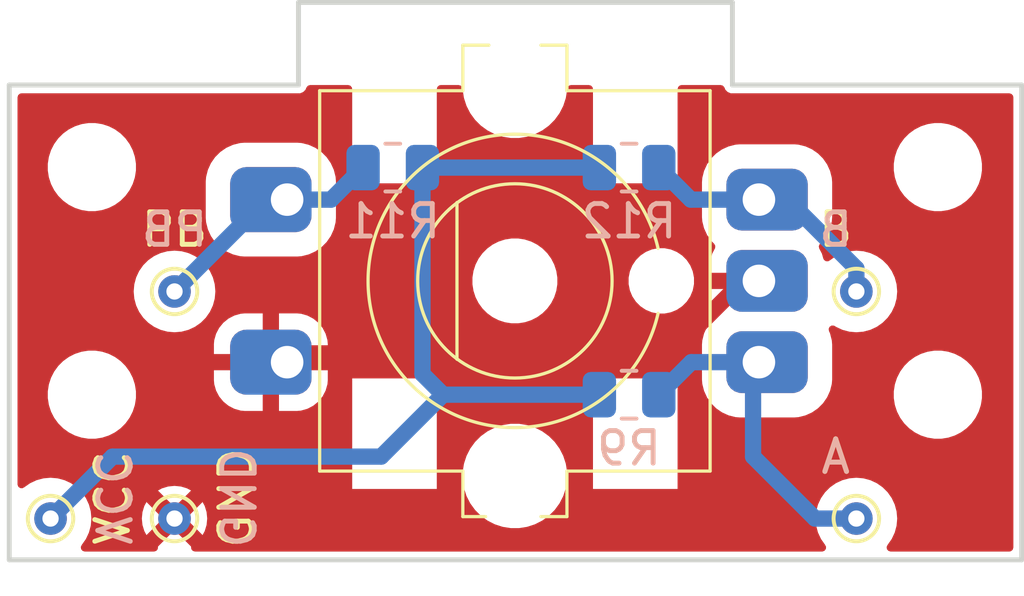
<source format=kicad_pcb>
(kicad_pcb (version 20240108) (generator "pcbnew") (generator_version "8.0")
  (layers (0 "F.Cu" signal) (31 "B.Cu" signal) (34 "B.Paste" user) (35 "F.Paste" user) (36 "B.SilkS" user "B.Silkscreen") (37 "F.SilkS" user "F.Silkscreen") (38 "B.Mask" user) (39 "F.Mask" user) (44 "Edge.Cuts" user))
  (net 0 "")
  (net 1 "GND")
  (net 2 "+3.3V")
  (net 3 "/SW4_A")
  (net 4 "/SW4_B")
  (net 5 "/SW4_PB")
  (footprint "MountingHole:MountingHole_2.2mm_M2" (layer "F.Cu") (at 67.31 165.1)
    (property "Reference" "H12")
    (property "Value" "M2.5")
    (pad "" np_thru_hole circle (at 0 0) (size 2.2 2.2) (drill 2.2) (layers "*.Cu" "*.Mask"))
  )
  (footprint "MountingHole:MountingHole_2.2mm_M2" (layer "F.Cu") (at 93.31 165.1)
    (property "Reference" "H3")
    (property "Value" "M2.5")
    (pad "" np_thru_hole circle (at 0 0) (size 2.2 2.2) (drill 2.2) (layers "*.Cu" "*.Mask"))
  )
  (footprint "TestPoint:TestPoint_THTPad_D1.0mm_Drill0.5mm" (layer "F.Cu") (at 90.805 168.91)
    (property "Reference" "J2")
    (property "Value" "A")
    (fp_circle (center 0 0) (end 0 0.7) (stroke (width 0.12)) (fill none) (layer "F.SilkS"))
    (pad "1" thru_hole circle (at 0 0) (size 1 1) (drill 0.5) (layers "*.Cu" "*.Mask") (net 3 "/SW4_A"))
  )
  (footprint "TestPoint:TestPoint_THTPad_D1.0mm_Drill0.5mm" (layer "F.Cu") (at 66.04 168.91)
    (property "Reference" "J1")
    (property "Value" "VCC")
    (fp_circle (center 0 0) (end 0 0.7) (stroke (width 0.12)) (fill none) (layer "F.SilkS"))
    (pad "1" thru_hole circle (at 0 0) (size 1 1) (drill 0.5) (layers "*.Cu" "*.Mask") (net 2 "+3.3V"))
  )
  (footprint "ALPS:EC11K15" (layer "F.Cu") (at 80.3105 161.6 90)
    (property "Reference" "SW4")
    (property "Value" "EC11K5")
    (fp_line (start 5.85 -6) (end -5.85 -6) (stroke (width 0.1)) (layer "F.SilkS"))
    (fp_line (start -5.85 -6) (end -5.85 -1.6) (stroke (width 0.1)) (layer "F.SilkS"))
    (fp_line (start -2.41 -1.78) (end 2.41 -1.78) (stroke (width 0.1)) (layer "F.SilkS"))
    (fp_line (start 7.25 -1.6) (end 7.25 -0.8) (stroke (width 0.1)) (layer "F.SilkS"))
    (fp_line (start 5.85 -1.6) (end 5.85 -6) (stroke (width 0.1)) (layer "F.SilkS"))
    (fp_line (start 5.85 -1.6) (end 7.25 -1.6) (stroke (width 0.1)) (layer "F.SilkS"))
    (fp_line (start -5.85 -1.6) (end -7.25 -1.6) (stroke (width 0.1)) (layer "F.SilkS"))
    (fp_line (start -7.25 -0.9) (end -7.25 -1.6) (stroke (width 0.1)) (layer "F.SilkS"))
    (fp_line (start 7.25 0.8) (end 7.25 1.6) (stroke (width 0.1)) (layer "F.SilkS"))
    (fp_line (start 5.85 1.6) (end 7.25 1.6) (stroke (width 0.1)) (layer "F.SilkS"))
    (fp_line (start -5.85 1.6) (end -7.25 1.6) (stroke (width 0.1)) (layer "F.SilkS"))
    (fp_line (start -5.85 1.6) (end -5.85 6) (stroke (width 0.1)) (layer "F.SilkS"))
    (fp_line (start -7.25 1.6) (end -7.25 0.8) (stroke (width 0.1)) (layer "F.SilkS"))
    (fp_line (start 5.85 6) (end 5.85 1.6) (stroke (width 0.1)) (layer "F.SilkS"))
    (fp_line (start -5.85 6) (end 5.85 6) (stroke (width 0.1)) (layer "F.SilkS"))
    (fp_arc (start -1 4.399999) (mid 0 -4.512205) (end 1 4.399999) (stroke (width 0.1)) (layer "F.SilkS"))
    (fp_circle (center 0 0) (end 2.9875 0) (stroke (width 0.1)) (fill none) (layer "F.SilkS"))
    (pad "" np_thru_hole circle (at -6 0 90) (size 2.7 2.7) (drill 2.7) (layers "*.Cu" "*.Mask"))
    (pad "" np_thru_hole circle (at 0 0 90) (size 2.1 2.1) (drill 2.1) (layers "*.Cu" "*.Mask"))
    (pad "" np_thru_hole circle (at 0 4.5 90) (size 1.5 1.5) (drill 1.5) (layers "*.Cu" "*.Mask"))
    (pad "" np_thru_hole circle (at 6 0 90) (size 2.7 2.7) (drill 2.7) (layers "*.Cu" "*.Mask"))
    (pad "A" thru_hole roundrect (at -2.5 7.5 90) (size 1.9 2.5) (drill 1 (offset 0 0.25)) (layers "*.Cu" "*.Mask") (net 3 "/SW4_A"))
    (pad "B" thru_hole roundrect (at 2.5 7.5 90) (size 1.9 2.5) (drill 1 (offset 0 0.25)) (layers "*.Cu" "*.Mask") (net 4 "/SW4_B"))
    (pad "C" thru_hole roundrect (at 0 7.5 90) (size 1.9 2.5) (drill 1 (offset 0 0.25)) (layers "*.Cu" "*.Mask") (net 1 "GND"))
    (pad "S1" thru_hole roundrect (at -2.5 -7 270) (size 2 2.5) (drill 1 (offset 0 0.5)) (layers "*.Cu" "*.Mask") (net 1 "GND"))
    (pad "S2" thru_hole roundrect (at 2.5 -7 270) (size 2 2.5) (drill 1 (offset 0 0.5)) (layers "*.Cu" "*.Mask") (net 5 "/SW4_PB"))
    (zone (net 0) (net_name "") (layer "F.Cu") (connect_pads (clearance 0)) (min_thickness 0.254)
      (keepout (tracks not_allowed) (vias not_allowed) (pads not_allowed) (copperpour not_allowed) (footprints allowed))
      (fill (thermal_gap 0.508) (thermal_bridge_width 0.508))
      (polygon (pts (xy 77.9105 155.2) (xy 77.9105 158.6) (xy 75.3105 158.6) (xy 75.3105 155.2)))
    )
    (zone (net 0) (net_name "") (layer "F.Cu") (connect_pads (clearance 0)) (min_thickness 0.254)
      (keepout (tracks not_allowed) (vias not_allowed) (pads not_allowed) (copperpour not_allowed) (footprints allowed))
      (fill (thermal_gap 0.508) (thermal_bridge_width 0.508))
      (polygon (pts (xy 77.9105 164.6) (xy 77.9105 168) (xy 75.3105 168) (xy 75.3105 164.6)))
    )
    (zone (net 0) (net_name "") (layer "F.Cu") (connect_pads (clearance 0)) (min_thickness 0.254)
      (keepout (tracks not_allowed) (vias not_allowed) (pads not_allowed) (copperpour not_allowed) (footprints allowed))
      (fill (thermal_gap 0.508) (thermal_bridge_width 0.508))
      (polygon (pts (xy 85.3105 155.2) (xy 85.3105 158.6) (xy 82.7105 158.6) (xy 82.7105 155.2)))
    )
    (zone (net 0) (net_name "") (layer "F.Cu") (connect_pads (clearance 0)) (min_thickness 0.254)
      (keepout (tracks not_allowed) (vias not_allowed) (pads not_allowed) (copperpour not_allowed) (footprints allowed))
      (fill (thermal_gap 0.508) (thermal_bridge_width 0.508))
      (polygon (pts (xy 85.3105 164.6) (xy 85.3105 168) (xy 82.7105 168) (xy 82.7105 164.6)))
    )
  )
  (footprint "MountingHole:MountingHole_2.2mm_M2" (layer "F.Cu") (at 67.31 158.1)
    (property "Reference" "H10")
    (property "Value" "M2.5")
    (pad "" np_thru_hole circle (at 0 0) (size 2.2 2.2) (drill 2.2) (layers "*.Cu" "*.Mask"))
  )
  (footprint "TestPoint:TestPoint_THTPad_D1.0mm_Drill0.5mm" (layer "F.Cu") (at 69.85 168.91)
    (property "Reference" "J5")
    (property "Value" "GND")
    (fp_circle (center 0 0) (end 0 0.7) (stroke (width 0.12)) (fill none) (layer "F.SilkS"))
    (pad "1" thru_hole circle (at 0 0) (size 1 1) (drill 0.5) (layers "*.Cu" "*.Mask") (net 1 "GND"))
  )
  (footprint "MountingHole:MountingHole_2.2mm_M2" (layer "F.Cu") (at 93.31 158.1)
    (property "Reference" "H8")
    (property "Value" "M2.5")
    (pad "" np_thru_hole circle (at 0 0) (size 2.2 2.2) (drill 2.2) (layers "*.Cu" "*.Mask"))
  )
  (footprint "TestPoint:TestPoint_THTPad_D1.0mm_Drill0.5mm" (layer "F.Cu") (at 69.85 161.925)
    (property "Reference" "J4")
    (property "Value" "PB")
    (fp_circle (center 0 0) (end 0 0.7) (stroke (width 0.12)) (fill none) (layer "F.SilkS"))
    (pad "1" thru_hole circle (at 0 0) (size 1 1) (drill 0.5) (layers "*.Cu" "*.Mask") (net 5 "/SW4_PB"))
  )
  (footprint "TestPoint:TestPoint_THTPad_D1.0mm_Drill0.5mm" (layer "F.Cu") (at 90.805 161.925)
    (property "Reference" "J3")
    (property "Value" "B")
    (fp_circle (center 0 0) (end 0 0.7) (stroke (width 0.12)) (fill none) (layer "F.SilkS"))
    (pad "1" thru_hole circle (at 0 0) (size 1 1) (drill 0.5) (layers "*.Cu" "*.Mask") (net 4 "/SW4_B"))
  )
  (footprint "Resistor_SMD:R_0805_2012Metric" (layer "B.Cu") (at 76.5575 158.115)
    (property "Reference" "R11" (at 0 1.65 360) (layer "B.SilkS") (effects (justify mirror)))
    (property "Value" "10k")
    (fp_line (start 0.227064 -0.735) (end -0.227064 -0.735) (stroke (width 0.12)) (layer "B.SilkS"))
    (fp_line (start 0.227064 0.735) (end -0.227064 0.735) (stroke (width 0.12)) (layer "B.SilkS"))
    (pad "1" smd roundrect (at -0.9125 0) (size 1.025 1.4) (layers "B.Cu" "B.Paste" "B.Mask") (roundrect_rratio 0.243902) (net 5 "/SW4_PB"))
    (pad "2" smd roundrect (at 0.9125 0) (size 1.025 1.4) (layers "B.Cu" "B.Paste" "B.Mask") (roundrect_rratio 0.243902) (net 2 "+3.3V"))
  )
  (footprint "Resistor_SMD:R_0805_2012Metric" (layer "B.Cu") (at 83.82 165.1)
    (property "Reference" "R9" (at 0 1.65 360) (layer "B.SilkS") (effects (justify mirror)))
    (property "Value" "10k")
    (fp_line (start 0.227064 -0.735) (end -0.227064 -0.735) (stroke (width 0.12)) (layer "B.SilkS"))
    (fp_line (start 0.227064 0.735) (end -0.227064 0.735) (stroke (width 0.12)) (layer "B.SilkS"))
    (pad "1" smd roundrect (at -0.9125 0) (size 1.025 1.4) (layers "B.Cu" "B.Paste" "B.Mask") (roundrect_rratio 0.243902) (net 2 "+3.3V"))
    (pad "2" smd roundrect (at 0.9125 0) (size 1.025 1.4) (layers "B.Cu" "B.Paste" "B.Mask") (roundrect_rratio 0.243902) (net 3 "/SW4_A"))
  )
  (footprint "Resistor_SMD:R_0805_2012Metric" (layer "B.Cu") (at 83.82 158.115)
    (property "Reference" "R12" (at 0 1.65 360) (layer "B.SilkS") (effects (justify mirror)))
    (property "Value" "10k")
    (fp_line (start 0.227064 -0.735) (end -0.227064 -0.735) (stroke (width 0.12)) (layer "B.SilkS"))
    (fp_line (start 0.227064 0.735) (end -0.227064 0.735) (stroke (width 0.12)) (layer "B.SilkS"))
    (pad "1" smd roundrect (at -0.9125 0) (size 1.025 1.4) (layers "B.Cu" "B.Paste" "B.Mask") (roundrect_rratio 0.243902) (net 2 "+3.3V"))
    (pad "2" smd roundrect (at 0.9125 0) (size 1.025 1.4) (layers "B.Cu" "B.Paste" "B.Mask") (roundrect_rratio 0.243902) (net 4 "/SW4_B"))
  )
  (gr_line (start 86.995 153.035) (end 86.995 155.575) (stroke (width 0.15)) (layer "Edge.Cuts"))
  (gr_line (start 73.66 155.575) (end 73.66 153.035) (stroke (width 0.15)) (layer "Edge.Cuts"))
  (gr_line (start 64.77 170.18) (end 64.77 155.575) (stroke (width 0.15)) (layer "Edge.Cuts"))
  (gr_line (start 95.885 170.18) (end 64.77 170.18) (stroke (width 0.15)) (layer "Edge.Cuts"))
  (gr_line (start 86.995 155.575) (end 95.885 155.575) (stroke (width 0.15)) (layer "Edge.Cuts"))
  (gr_line (start 64.77 155.575) (end 73.66 155.575) (stroke (width 0.15)) (layer "Edge.Cuts"))
  (gr_line (start 95.885 155.575) (end 95.885 170.18) (stroke (width 0.15)) (layer "Edge.Cuts"))
  (gr_line (start 73.66 153.035) (end 86.995 153.035) (stroke (width 0.15)) (layer "Edge.Cuts"))
  (gr_text "B" (at 90.17 160.02 -0) (layer "B.SilkS") (effects (font (size 1 1)) (justify mirror)))
  (gr_text "VCC" (at 67.945 168.275 -90) (layer "B.SilkS") (effects (font (size 1 1)) (justify mirror)))
  (gr_text "A" (at 90.17 167.005 0) (layer "B.SilkS") (effects (font (size 1 1)) (justify mirror)))
  (gr_text "GND" (at 71.755 168.275 -90) (layer "B.SilkS") (effects (font (size 1 1)) (justify mirror)))
  (gr_text "PB" (at 69.85 160.02 -0) (layer "B.SilkS") (effects (font (size 1 1)) (justify mirror)))
  (gr_text "PB" (at 69.85 160.02 0) (layer "F.SilkS") (effects (font (size 1 1))))
  (gr_text "GND" (at 71.755 168.275 90) (layer "F.SilkS") (effects (font (size 1 1))))
  (gr_text "VCC" (at 67.945 168.275 90) (layer "F.SilkS") (effects (font (size 1 1))))
  (gr_text "A" (at 90.17 167.005 -0) (layer "F.SilkS") (effects (font (size 1 1))))
  (gr_text "B" (at 90.17 160.02 0) (layer "F.SilkS") (effects (font (size 1 1))))
  (segment (start 73.5805 163.83) (end 73.3105 164.1) (width 0.5) (layer "F.Cu") (net 1))
  (segment (start 85.09 163.83) (end 73.5805 163.83) (width 0.5) (layer "F.Cu") (net 1))
  (segment (start 87.8105 161.6) (end 87.32 161.6) (width 0.5) (layer "F.Cu") (net 1))
  (segment (start 87.32 161.6) (end 85.09 163.83) (width 0.5) (layer "F.Cu") (net 1))
  (segment (start 77.47 164.465) (end 77.47 158.115) (width 0.5) (layer "B.Cu") (net 2))
  (segment (start 66.04 168.91) (end 67.945 167.005) (width 0.5) (layer "B.Cu") (net 2))
  (segment (start 82.9075 158.115) (end 77.47 158.115) (width 0.5) (layer "B.Cu") (net 2))
  (segment (start 78.105 165.1) (end 82.9075 165.1) (width 0.5) (layer "B.Cu") (net 2))
  (segment (start 76.2 167.005) (end 78.105 165.1) (width 0.5) (layer "B.Cu") (net 2))
  (segment (start 78.105 165.1) (end 77.47 164.465) (width 0.5) (layer "B.Cu") (net 2))
  (segment (start 67.945 167.005) (end 76.2 167.005) (width 0.5) (layer "B.Cu") (net 2))
  (segment (start 87.63 167.005) (end 87.63 164.2805) (width 0.5) (layer "B.Cu") (net 3))
  (segment (start 87.63 164.2805) (end 87.8105 164.1) (width 0.5) (layer "B.Cu") (net 3))
  (segment (start 90.805 168.91) (end 89.535 168.91) (width 0.5) (layer "B.Cu") (net 3))
  (segment (start 89.535 168.91) (end 87.63 167.005) (width 0.5) (layer "B.Cu") (net 3))
  (segment (start 87.8105 164.1) (end 85.7325 164.1) (width 0.5) (layer "B.Cu") (net 3))
  (segment (start 85.7325 164.1) (end 84.7325 165.1) (width 0.5) (layer "B.Cu") (net 3))
  (segment (start 88.687106 159.1) (end 87.8105 159.1) (width 0.5) (layer "B.Cu") (net 4))
  (segment (start 90.805 161.217894) (end 88.687106 159.1) (width 0.5) (layer "B.Cu") (net 4))
  (segment (start 90.805 161.925) (end 90.805 161.217894) (width 0.5) (layer "B.Cu") (net 4))
  (segment (start 87.8105 159.1) (end 85.7175 159.1) (width 0.5) (layer "B.Cu") (net 4))
  (segment (start 85.7175 159.1) (end 84.7325 158.115) (width 0.5) (layer "B.Cu") (net 4))
  (segment (start 73.3105 159.1) (end 74.66 159.1) (width 0.5) (layer "B.Cu") (net 5))
  (segment (start 73.3105 159.1) (end 72.675 159.1) (width 0.5) (layer "B.Cu") (net 5))
  (segment (start 72.675 159.1) (end 69.85 161.925) (width 0.5) (layer "B.Cu") (net 5))
  (segment (start 74.66 159.1) (end 75.645 158.115) (width 0.5) (layer "B.Cu") (net 5))
  (zone (net 1) (net_name "GND") (layer "F.Cu") (connect_pads (clearance 0.75)) (min_thickness 0.25) (fill yes (thermal_gap 0.5) (thermal_bridge_width 0.5))
    (polygon (pts (xy 64.77 155.575) (xy 95.885 155.575) (xy 95.885 170.18) (xy 64.77 170.18)))
  )
)
</source>
